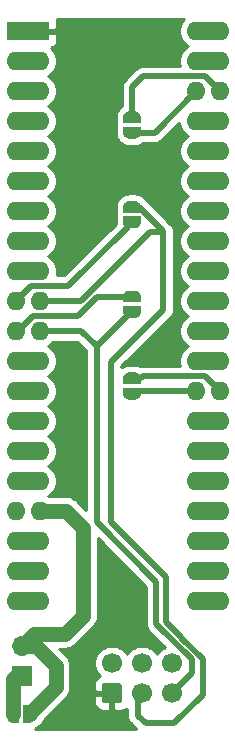
<source format=gbr>
G04 #@! TF.GenerationSoftware,KiCad,Pcbnew,5.1.5+dfsg1-2build2*
G04 #@! TF.CreationDate,2022-03-13T21:18:42-04:00*
G04 #@! TF.ProjectId,vdg_breakout,7664675f-6272-4656-916b-6f75742e6b69,rev?*
G04 #@! TF.SameCoordinates,Original*
G04 #@! TF.FileFunction,Copper,L2,Bot*
G04 #@! TF.FilePolarity,Positive*
%FSLAX46Y46*%
G04 Gerber Fmt 4.6, Leading zero omitted, Abs format (unit mm)*
G04 Created by KiCad (PCBNEW 5.1.5+dfsg1-2build2) date 2022-03-13 21:18:42*
%MOMM*%
%LPD*%
G04 APERTURE LIST*
%ADD10R,1.600000X1.600000*%
%ADD11O,1.600000X1.600000*%
%ADD12C,0.100000*%
%ADD13C,1.700000*%
%ADD14R,1.700000X1.700000*%
%ADD15O,1.700000X1.700000*%
%ADD16C,0.800000*%
%ADD17C,1.500000*%
%ADD18C,0.500000*%
%ADD19C,1.250000*%
%ADD20C,0.254000*%
G04 APERTURE END LIST*
D10*
X125000001Y-60625001D03*
D11*
X140240001Y-108885001D03*
X125000001Y-63165001D03*
X140240001Y-106345001D03*
X125000001Y-65705001D03*
X140240001Y-103805001D03*
X125000001Y-68245001D03*
X140240001Y-101265001D03*
X125000001Y-70785001D03*
X140240001Y-98725001D03*
X125000001Y-73325001D03*
X140240001Y-96185001D03*
X125000001Y-75865001D03*
X140240001Y-93645001D03*
X125000001Y-78405001D03*
X140240001Y-91105001D03*
X125000001Y-80945001D03*
X140240001Y-88565001D03*
X125000001Y-83485001D03*
X140240001Y-86025001D03*
X125000001Y-86025001D03*
X140240001Y-83485001D03*
X125000001Y-88565001D03*
X140240001Y-80945001D03*
X125000001Y-91105001D03*
X140240001Y-78405001D03*
X125000001Y-93645001D03*
X140240001Y-75865001D03*
X125000001Y-96185001D03*
X140240001Y-73325001D03*
X125000001Y-98725001D03*
X140240001Y-70785001D03*
X125000001Y-101265001D03*
X140240001Y-68245001D03*
X125000001Y-103805001D03*
X140240001Y-65705001D03*
X125000001Y-106345001D03*
X140240001Y-63165001D03*
X125000001Y-108885001D03*
X140240001Y-60625001D03*
X138215000Y-60625001D03*
X122975000Y-108885001D03*
X138215000Y-63165001D03*
X122975000Y-106345001D03*
X138215000Y-65705001D03*
X122975000Y-103805001D03*
X138215000Y-68245001D03*
X122975000Y-101265001D03*
X138215000Y-70785001D03*
X122975000Y-98725001D03*
X138215000Y-73325001D03*
X122975000Y-96185001D03*
X138215000Y-75865001D03*
X122975000Y-93645001D03*
X138215000Y-78405001D03*
X122975000Y-91105001D03*
X138215000Y-80945001D03*
X122975000Y-88565001D03*
X138215000Y-83485001D03*
X122975000Y-86025001D03*
X138215000Y-86025001D03*
X122975000Y-83485001D03*
X138215000Y-88565001D03*
X122975000Y-80945001D03*
X138215000Y-91105001D03*
X122975000Y-78405001D03*
X138215000Y-93645001D03*
X122975000Y-75865001D03*
X138215000Y-96185001D03*
X122975000Y-73325001D03*
X138215000Y-98725001D03*
X122975000Y-70785001D03*
X138215000Y-101265001D03*
X122975000Y-68245001D03*
X138215000Y-103805001D03*
X122975000Y-65705001D03*
X138215000Y-106345001D03*
X122975000Y-63165001D03*
X138215000Y-108885001D03*
D10*
X122975000Y-60625001D03*
G04 #@! TA.AperFunction,ComponentPad*
D12*
G36*
X131699504Y-115826204D02*
G01*
X131723773Y-115829804D01*
X131747571Y-115835765D01*
X131770671Y-115844030D01*
X131792849Y-115854520D01*
X131813893Y-115867133D01*
X131833598Y-115881747D01*
X131851777Y-115898223D01*
X131868253Y-115916402D01*
X131882867Y-115936107D01*
X131895480Y-115957151D01*
X131905970Y-115979329D01*
X131914235Y-116002429D01*
X131920196Y-116026227D01*
X131923796Y-116050496D01*
X131925000Y-116075000D01*
X131925000Y-117275000D01*
X131923796Y-117299504D01*
X131920196Y-117323773D01*
X131914235Y-117347571D01*
X131905970Y-117370671D01*
X131895480Y-117392849D01*
X131882867Y-117413893D01*
X131868253Y-117433598D01*
X131851777Y-117451777D01*
X131833598Y-117468253D01*
X131813893Y-117482867D01*
X131792849Y-117495480D01*
X131770671Y-117505970D01*
X131747571Y-117514235D01*
X131723773Y-117520196D01*
X131699504Y-117523796D01*
X131675000Y-117525000D01*
X130475000Y-117525000D01*
X130450496Y-117523796D01*
X130426227Y-117520196D01*
X130402429Y-117514235D01*
X130379329Y-117505970D01*
X130357151Y-117495480D01*
X130336107Y-117482867D01*
X130316402Y-117468253D01*
X130298223Y-117451777D01*
X130281747Y-117433598D01*
X130267133Y-117413893D01*
X130254520Y-117392849D01*
X130244030Y-117370671D01*
X130235765Y-117347571D01*
X130229804Y-117323773D01*
X130226204Y-117299504D01*
X130225000Y-117275000D01*
X130225000Y-116075000D01*
X130226204Y-116050496D01*
X130229804Y-116026227D01*
X130235765Y-116002429D01*
X130244030Y-115979329D01*
X130254520Y-115957151D01*
X130267133Y-115936107D01*
X130281747Y-115916402D01*
X130298223Y-115898223D01*
X130316402Y-115881747D01*
X130336107Y-115867133D01*
X130357151Y-115854520D01*
X130379329Y-115844030D01*
X130402429Y-115835765D01*
X130426227Y-115829804D01*
X130450496Y-115826204D01*
X130475000Y-115825000D01*
X131675000Y-115825000D01*
X131699504Y-115826204D01*
G37*
G04 #@! TD.AperFunction*
D13*
X133615000Y-116675000D03*
X136155000Y-116675000D03*
X131075000Y-114135000D03*
X133615000Y-114135000D03*
X136155000Y-114135000D03*
G04 #@! TA.AperFunction,SMDPad,CuDef*
D12*
G36*
X123525000Y-117700000D02*
G01*
X124025000Y-117700000D01*
X124025000Y-117700602D01*
X124049534Y-117700602D01*
X124098365Y-117705412D01*
X124146490Y-117714984D01*
X124193445Y-117729228D01*
X124238778Y-117748005D01*
X124282051Y-117771136D01*
X124322850Y-117798396D01*
X124360779Y-117829524D01*
X124395476Y-117864221D01*
X124426604Y-117902150D01*
X124453864Y-117942949D01*
X124476995Y-117986222D01*
X124495772Y-118031555D01*
X124510016Y-118078510D01*
X124519588Y-118126635D01*
X124524398Y-118175466D01*
X124524398Y-118200000D01*
X124525000Y-118200000D01*
X124525000Y-118700000D01*
X124524398Y-118700000D01*
X124524398Y-118724534D01*
X124519588Y-118773365D01*
X124510016Y-118821490D01*
X124495772Y-118868445D01*
X124476995Y-118913778D01*
X124453864Y-118957051D01*
X124426604Y-118997850D01*
X124395476Y-119035779D01*
X124360779Y-119070476D01*
X124322850Y-119101604D01*
X124282051Y-119128864D01*
X124238778Y-119151995D01*
X124193445Y-119170772D01*
X124146490Y-119185016D01*
X124098365Y-119194588D01*
X124049534Y-119199398D01*
X124025000Y-119199398D01*
X124025000Y-119200000D01*
X123525000Y-119200000D01*
X123525000Y-117700000D01*
G37*
G04 #@! TD.AperFunction*
G04 #@! TA.AperFunction,SMDPad,CuDef*
G36*
X122725000Y-119199398D02*
G01*
X122700466Y-119199398D01*
X122651635Y-119194588D01*
X122603510Y-119185016D01*
X122556555Y-119170772D01*
X122511222Y-119151995D01*
X122467949Y-119128864D01*
X122427150Y-119101604D01*
X122389221Y-119070476D01*
X122354524Y-119035779D01*
X122323396Y-118997850D01*
X122296136Y-118957051D01*
X122273005Y-118913778D01*
X122254228Y-118868445D01*
X122239984Y-118821490D01*
X122230412Y-118773365D01*
X122225602Y-118724534D01*
X122225602Y-118700000D01*
X122225000Y-118700000D01*
X122225000Y-118200000D01*
X122225602Y-118200000D01*
X122225602Y-118175466D01*
X122230412Y-118126635D01*
X122239984Y-118078510D01*
X122254228Y-118031555D01*
X122273005Y-117986222D01*
X122296136Y-117942949D01*
X122323396Y-117902150D01*
X122354524Y-117864221D01*
X122389221Y-117829524D01*
X122427150Y-117798396D01*
X122467949Y-117771136D01*
X122511222Y-117748005D01*
X122556555Y-117729228D01*
X122603510Y-117714984D01*
X122651635Y-117705412D01*
X122700466Y-117700602D01*
X122725000Y-117700602D01*
X122725000Y-117700000D01*
X123225000Y-117700000D01*
X123225000Y-119200000D01*
X122725000Y-119200000D01*
X122725000Y-119199398D01*
G37*
G04 #@! TD.AperFunction*
G04 #@! TA.AperFunction,SMDPad,CuDef*
G36*
X132025602Y-90025000D02*
G01*
X132025602Y-90000466D01*
X132030412Y-89951635D01*
X132039984Y-89903510D01*
X132054228Y-89856555D01*
X132073005Y-89811222D01*
X132096136Y-89767949D01*
X132123396Y-89727150D01*
X132154524Y-89689221D01*
X132189221Y-89654524D01*
X132227150Y-89623396D01*
X132267949Y-89596136D01*
X132311222Y-89573005D01*
X132356555Y-89554228D01*
X132403510Y-89539984D01*
X132451635Y-89530412D01*
X132500466Y-89525602D01*
X132525000Y-89525602D01*
X132525000Y-89525000D01*
X133025000Y-89525000D01*
X133025000Y-89525602D01*
X133049534Y-89525602D01*
X133098365Y-89530412D01*
X133146490Y-89539984D01*
X133193445Y-89554228D01*
X133238778Y-89573005D01*
X133282051Y-89596136D01*
X133322850Y-89623396D01*
X133360779Y-89654524D01*
X133395476Y-89689221D01*
X133426604Y-89727150D01*
X133453864Y-89767949D01*
X133476995Y-89811222D01*
X133495772Y-89856555D01*
X133510016Y-89903510D01*
X133519588Y-89951635D01*
X133524398Y-90000466D01*
X133524398Y-90025000D01*
X133525000Y-90025000D01*
X133525000Y-90525000D01*
X132025000Y-90525000D01*
X132025000Y-90025000D01*
X132025602Y-90025000D01*
G37*
G04 #@! TD.AperFunction*
G04 #@! TA.AperFunction,SMDPad,CuDef*
G36*
X133525000Y-90825000D02*
G01*
X133525000Y-91325000D01*
X133524398Y-91325000D01*
X133524398Y-91349534D01*
X133519588Y-91398365D01*
X133510016Y-91446490D01*
X133495772Y-91493445D01*
X133476995Y-91538778D01*
X133453864Y-91582051D01*
X133426604Y-91622850D01*
X133395476Y-91660779D01*
X133360779Y-91695476D01*
X133322850Y-91726604D01*
X133282051Y-91753864D01*
X133238778Y-91776995D01*
X133193445Y-91795772D01*
X133146490Y-91810016D01*
X133098365Y-91819588D01*
X133049534Y-91824398D01*
X133025000Y-91824398D01*
X133025000Y-91825000D01*
X132525000Y-91825000D01*
X132525000Y-91824398D01*
X132500466Y-91824398D01*
X132451635Y-91819588D01*
X132403510Y-91810016D01*
X132356555Y-91795772D01*
X132311222Y-91776995D01*
X132267949Y-91753864D01*
X132227150Y-91726604D01*
X132189221Y-91695476D01*
X132154524Y-91660779D01*
X132123396Y-91622850D01*
X132096136Y-91582051D01*
X132073005Y-91538778D01*
X132054228Y-91493445D01*
X132039984Y-91446490D01*
X132030412Y-91398365D01*
X132025602Y-91349534D01*
X132025602Y-91325000D01*
X132025000Y-91325000D01*
X132025000Y-90825000D01*
X133525000Y-90825000D01*
G37*
G04 #@! TD.AperFunction*
G04 #@! TA.AperFunction,SMDPad,CuDef*
G36*
X133525000Y-76312500D02*
G01*
X133525000Y-76812500D01*
X133524398Y-76812500D01*
X133524398Y-76837034D01*
X133519588Y-76885865D01*
X133510016Y-76933990D01*
X133495772Y-76980945D01*
X133476995Y-77026278D01*
X133453864Y-77069551D01*
X133426604Y-77110350D01*
X133395476Y-77148279D01*
X133360779Y-77182976D01*
X133322850Y-77214104D01*
X133282051Y-77241364D01*
X133238778Y-77264495D01*
X133193445Y-77283272D01*
X133146490Y-77297516D01*
X133098365Y-77307088D01*
X133049534Y-77311898D01*
X133025000Y-77311898D01*
X133025000Y-77312500D01*
X132525000Y-77312500D01*
X132525000Y-77311898D01*
X132500466Y-77311898D01*
X132451635Y-77307088D01*
X132403510Y-77297516D01*
X132356555Y-77283272D01*
X132311222Y-77264495D01*
X132267949Y-77241364D01*
X132227150Y-77214104D01*
X132189221Y-77182976D01*
X132154524Y-77148279D01*
X132123396Y-77110350D01*
X132096136Y-77069551D01*
X132073005Y-77026278D01*
X132054228Y-76980945D01*
X132039984Y-76933990D01*
X132030412Y-76885865D01*
X132025602Y-76837034D01*
X132025602Y-76812500D01*
X132025000Y-76812500D01*
X132025000Y-76312500D01*
X133525000Y-76312500D01*
G37*
G04 #@! TD.AperFunction*
G04 #@! TA.AperFunction,SMDPad,CuDef*
G36*
X132025602Y-75512500D02*
G01*
X132025602Y-75487966D01*
X132030412Y-75439135D01*
X132039984Y-75391010D01*
X132054228Y-75344055D01*
X132073005Y-75298722D01*
X132096136Y-75255449D01*
X132123396Y-75214650D01*
X132154524Y-75176721D01*
X132189221Y-75142024D01*
X132227150Y-75110896D01*
X132267949Y-75083636D01*
X132311222Y-75060505D01*
X132356555Y-75041728D01*
X132403510Y-75027484D01*
X132451635Y-75017912D01*
X132500466Y-75013102D01*
X132525000Y-75013102D01*
X132525000Y-75012500D01*
X133025000Y-75012500D01*
X133025000Y-75013102D01*
X133049534Y-75013102D01*
X133098365Y-75017912D01*
X133146490Y-75027484D01*
X133193445Y-75041728D01*
X133238778Y-75060505D01*
X133282051Y-75083636D01*
X133322850Y-75110896D01*
X133360779Y-75142024D01*
X133395476Y-75176721D01*
X133426604Y-75214650D01*
X133453864Y-75255449D01*
X133476995Y-75298722D01*
X133495772Y-75344055D01*
X133510016Y-75391010D01*
X133519588Y-75439135D01*
X133524398Y-75487966D01*
X133524398Y-75512500D01*
X133525000Y-75512500D01*
X133525000Y-76012500D01*
X132025000Y-76012500D01*
X132025000Y-75512500D01*
X132025602Y-75512500D01*
G37*
G04 #@! TD.AperFunction*
G04 #@! TA.AperFunction,SMDPad,CuDef*
G36*
X133525000Y-68725000D02*
G01*
X133525000Y-69225000D01*
X133524398Y-69225000D01*
X133524398Y-69249534D01*
X133519588Y-69298365D01*
X133510016Y-69346490D01*
X133495772Y-69393445D01*
X133476995Y-69438778D01*
X133453864Y-69482051D01*
X133426604Y-69522850D01*
X133395476Y-69560779D01*
X133360779Y-69595476D01*
X133322850Y-69626604D01*
X133282051Y-69653864D01*
X133238778Y-69676995D01*
X133193445Y-69695772D01*
X133146490Y-69710016D01*
X133098365Y-69719588D01*
X133049534Y-69724398D01*
X133025000Y-69724398D01*
X133025000Y-69725000D01*
X132525000Y-69725000D01*
X132525000Y-69724398D01*
X132500466Y-69724398D01*
X132451635Y-69719588D01*
X132403510Y-69710016D01*
X132356555Y-69695772D01*
X132311222Y-69676995D01*
X132267949Y-69653864D01*
X132227150Y-69626604D01*
X132189221Y-69595476D01*
X132154524Y-69560779D01*
X132123396Y-69522850D01*
X132096136Y-69482051D01*
X132073005Y-69438778D01*
X132054228Y-69393445D01*
X132039984Y-69346490D01*
X132030412Y-69298365D01*
X132025602Y-69249534D01*
X132025602Y-69225000D01*
X132025000Y-69225000D01*
X132025000Y-68725000D01*
X133525000Y-68725000D01*
G37*
G04 #@! TD.AperFunction*
G04 #@! TA.AperFunction,SMDPad,CuDef*
G36*
X132025602Y-67925000D02*
G01*
X132025602Y-67900466D01*
X132030412Y-67851635D01*
X132039984Y-67803510D01*
X132054228Y-67756555D01*
X132073005Y-67711222D01*
X132096136Y-67667949D01*
X132123396Y-67627150D01*
X132154524Y-67589221D01*
X132189221Y-67554524D01*
X132227150Y-67523396D01*
X132267949Y-67496136D01*
X132311222Y-67473005D01*
X132356555Y-67454228D01*
X132403510Y-67439984D01*
X132451635Y-67430412D01*
X132500466Y-67425602D01*
X132525000Y-67425602D01*
X132525000Y-67425000D01*
X133025000Y-67425000D01*
X133025000Y-67425602D01*
X133049534Y-67425602D01*
X133098365Y-67430412D01*
X133146490Y-67439984D01*
X133193445Y-67454228D01*
X133238778Y-67473005D01*
X133282051Y-67496136D01*
X133322850Y-67523396D01*
X133360779Y-67554524D01*
X133395476Y-67589221D01*
X133426604Y-67627150D01*
X133453864Y-67667949D01*
X133476995Y-67711222D01*
X133495772Y-67756555D01*
X133510016Y-67803510D01*
X133519588Y-67851635D01*
X133524398Y-67900466D01*
X133524398Y-67925000D01*
X133525000Y-67925000D01*
X133525000Y-68425000D01*
X132025000Y-68425000D01*
X132025000Y-67925000D01*
X132025602Y-67925000D01*
G37*
G04 #@! TD.AperFunction*
G04 #@! TA.AperFunction,SMDPad,CuDef*
G36*
X133524398Y-84400000D02*
G01*
X133524398Y-84424534D01*
X133519588Y-84473365D01*
X133510016Y-84521490D01*
X133495772Y-84568445D01*
X133476995Y-84613778D01*
X133453864Y-84657051D01*
X133426604Y-84697850D01*
X133395476Y-84735779D01*
X133360779Y-84770476D01*
X133322850Y-84801604D01*
X133282051Y-84828864D01*
X133238778Y-84851995D01*
X133193445Y-84870772D01*
X133146490Y-84885016D01*
X133098365Y-84894588D01*
X133049534Y-84899398D01*
X133025000Y-84899398D01*
X133025000Y-84900000D01*
X132525000Y-84900000D01*
X132525000Y-84899398D01*
X132500466Y-84899398D01*
X132451635Y-84894588D01*
X132403510Y-84885016D01*
X132356555Y-84870772D01*
X132311222Y-84851995D01*
X132267949Y-84828864D01*
X132227150Y-84801604D01*
X132189221Y-84770476D01*
X132154524Y-84735779D01*
X132123396Y-84697850D01*
X132096136Y-84657051D01*
X132073005Y-84613778D01*
X132054228Y-84568445D01*
X132039984Y-84521490D01*
X132030412Y-84473365D01*
X132025602Y-84424534D01*
X132025602Y-84400000D01*
X132025000Y-84400000D01*
X132025000Y-83900000D01*
X133525000Y-83900000D01*
X133525000Y-84400000D01*
X133524398Y-84400000D01*
G37*
G04 #@! TD.AperFunction*
G04 #@! TA.AperFunction,SMDPad,CuDef*
G36*
X132025000Y-83600000D02*
G01*
X132025000Y-83100000D01*
X132025602Y-83100000D01*
X132025602Y-83075466D01*
X132030412Y-83026635D01*
X132039984Y-82978510D01*
X132054228Y-82931555D01*
X132073005Y-82886222D01*
X132096136Y-82842949D01*
X132123396Y-82802150D01*
X132154524Y-82764221D01*
X132189221Y-82729524D01*
X132227150Y-82698396D01*
X132267949Y-82671136D01*
X132311222Y-82648005D01*
X132356555Y-82629228D01*
X132403510Y-82614984D01*
X132451635Y-82605412D01*
X132500466Y-82600602D01*
X132525000Y-82600602D01*
X132525000Y-82600000D01*
X133025000Y-82600000D01*
X133025000Y-82600602D01*
X133049534Y-82600602D01*
X133098365Y-82605412D01*
X133146490Y-82614984D01*
X133193445Y-82629228D01*
X133238778Y-82648005D01*
X133282051Y-82671136D01*
X133322850Y-82698396D01*
X133360779Y-82729524D01*
X133395476Y-82764221D01*
X133426604Y-82802150D01*
X133453864Y-82842949D01*
X133476995Y-82886222D01*
X133495772Y-82931555D01*
X133510016Y-82978510D01*
X133519588Y-83026635D01*
X133524398Y-83075466D01*
X133524398Y-83100000D01*
X133525000Y-83100000D01*
X133525000Y-83600000D01*
X132025000Y-83600000D01*
G37*
G04 #@! TD.AperFunction*
D14*
X123450000Y-115250000D03*
D15*
X123450000Y-112710000D03*
D16*
X135325000Y-71950000D03*
X135525000Y-74350000D03*
X135775000Y-87050000D03*
X128525000Y-95450000D03*
D17*
X122975000Y-60625001D02*
X125000001Y-60625001D01*
X138215000Y-108885001D02*
X140240001Y-108885001D01*
X122975000Y-63165001D02*
X125000001Y-63165001D01*
X138215000Y-106345001D02*
X140240001Y-106345001D01*
X122975000Y-65705001D02*
X125000001Y-65705001D01*
X138215000Y-103805001D02*
X140240001Y-103805001D01*
X122975000Y-68245001D02*
X125000001Y-68245001D01*
X138215000Y-101265001D02*
X140240001Y-101265001D01*
X122975000Y-70785001D02*
X125000001Y-70785001D01*
X138215000Y-98725001D02*
X140240001Y-98725001D01*
X122975000Y-73325001D02*
X125000001Y-73325001D01*
X138215000Y-96185001D02*
X140240001Y-96185001D01*
X125000001Y-75865001D02*
X122975000Y-75865001D01*
X138215000Y-93645001D02*
X140240001Y-93645001D01*
X122975000Y-78405001D02*
X125000001Y-78405001D01*
D18*
X139440002Y-90305002D02*
X140240001Y-91105001D01*
X138990000Y-89855000D02*
X139440002Y-90305002D01*
X133692592Y-89855000D02*
X138990000Y-89855000D01*
X133522592Y-90025000D02*
X133692592Y-89855000D01*
X132775000Y-90025000D02*
X133522592Y-90025000D01*
D17*
X122975000Y-80945001D02*
X125000001Y-80945001D01*
X138215000Y-88565001D02*
X140240001Y-88565001D01*
D18*
X132320936Y-77266564D02*
X132775000Y-76812500D01*
X127392498Y-82195002D02*
X132320936Y-77266564D01*
X124264999Y-82195002D02*
X127392498Y-82195002D01*
X122975000Y-83485001D02*
X124264999Y-82195002D01*
D17*
X138215000Y-86025001D02*
X140240001Y-86025001D01*
D18*
X129850000Y-83100000D02*
X132775000Y-83100000D01*
X128214998Y-84735002D02*
X129850000Y-83100000D01*
X124400000Y-84735002D02*
X128214998Y-84735002D01*
X124394999Y-84730001D02*
X124400000Y-84735002D01*
X123099999Y-86025001D02*
X124394999Y-84730001D01*
X122975000Y-86025001D02*
X123099999Y-86025001D01*
D17*
X138215000Y-83485001D02*
X140240001Y-83485001D01*
X125000001Y-88565001D02*
X122975000Y-88565001D01*
X138215000Y-80945001D02*
X140240001Y-80945001D01*
X122975000Y-91105001D02*
X125000001Y-91105001D01*
X138215000Y-78405001D02*
X140240001Y-78405001D01*
X125000001Y-93645001D02*
X122975000Y-93645001D01*
X138215000Y-75865001D02*
X140240001Y-75865001D01*
X122975000Y-96185001D02*
X125000001Y-96185001D01*
X138215000Y-73325001D02*
X140240001Y-73325001D01*
X122975000Y-98725001D02*
X125000001Y-98725001D01*
X138215000Y-70785001D02*
X140240001Y-70785001D01*
D19*
X124510000Y-111650000D02*
X123450000Y-112710000D01*
X127100000Y-111650000D02*
X124510000Y-111650000D01*
X128625000Y-110125000D02*
X127100000Y-111650000D01*
X128625000Y-102700000D02*
X128625000Y-110125000D01*
X127190001Y-101265001D02*
X128625000Y-102700000D01*
X125000001Y-101265001D02*
X127190001Y-101265001D01*
X124652081Y-112710000D02*
X126300000Y-114357919D01*
X123450000Y-112710000D02*
X124652081Y-112710000D01*
X124150000Y-118325000D02*
X124150000Y-118450000D01*
X126300000Y-116175000D02*
X124150000Y-118325000D01*
X126300000Y-114357919D02*
X126300000Y-116175000D01*
D17*
X138215000Y-68245001D02*
X140240001Y-68245001D01*
X122975000Y-103805001D02*
X125000001Y-103805001D01*
D18*
X134695001Y-69225000D02*
X132775000Y-69225000D01*
X138215000Y-65705001D02*
X134695001Y-69225000D01*
D17*
X122975000Y-106345001D02*
X125000001Y-106345001D01*
X138215000Y-63165001D02*
X140240001Y-63165001D01*
X122975000Y-108885001D02*
X125000001Y-108885001D01*
X138215000Y-60625001D02*
X140240001Y-60625001D01*
D18*
X132994999Y-91105001D02*
X132775000Y-91325000D01*
X138215000Y-91105001D02*
X132994999Y-91105001D01*
D19*
X122699990Y-115525010D02*
X122699990Y-118450000D01*
X122975000Y-115250000D02*
X122699990Y-115525010D01*
X123450000Y-115250000D02*
X122975000Y-115250000D01*
D18*
X133250000Y-118575000D02*
X133250000Y-117040000D01*
X132775000Y-75512500D02*
X133361412Y-75512500D01*
X133925000Y-119250000D02*
X133250000Y-118575000D01*
X133361412Y-75512500D02*
X135425000Y-77576088D01*
X136964999Y-111964999D02*
X136964999Y-111975036D01*
X135425000Y-84225000D02*
X131000000Y-88650000D01*
X135675000Y-110675000D02*
X136964999Y-111964999D01*
X133250000Y-117040000D02*
X133615000Y-116675000D01*
X136964999Y-111975036D02*
X138775000Y-113785037D01*
X131000000Y-88650000D02*
X131000000Y-102175000D01*
X138775000Y-113785037D02*
X138775000Y-116825000D01*
X131000000Y-102175000D02*
X135675000Y-106850000D01*
X135675000Y-106850000D02*
X135675000Y-110675000D01*
X136350000Y-119250000D02*
X133925000Y-119250000D01*
X138775000Y-116825000D02*
X136350000Y-119250000D01*
X135425000Y-80550000D02*
X135425000Y-84225000D01*
X135425000Y-77576088D02*
X135425000Y-80550000D01*
X134285038Y-77675000D02*
X135350000Y-77675000D01*
X128475037Y-83485001D02*
X134285038Y-77675000D01*
X125000001Y-83485001D02*
X128475037Y-83485001D01*
X137825000Y-113825000D02*
X137825000Y-115005000D01*
X134850000Y-110850000D02*
X137825000Y-113825000D01*
X134850000Y-107300000D02*
X134850000Y-110850000D01*
X129775000Y-87300000D02*
X129775000Y-102225000D01*
X132675000Y-84400000D02*
X129775000Y-87300000D01*
X137825000Y-115005000D02*
X136155000Y-116675000D01*
X129775000Y-102225000D02*
X134850000Y-107300000D01*
X132775000Y-84400000D02*
X132675000Y-84400000D01*
X128500001Y-86025001D02*
X129775000Y-87300000D01*
X125000001Y-86025001D02*
X128500001Y-86025001D01*
X138990000Y-64455000D02*
X133720000Y-64455000D01*
X140240001Y-65705001D02*
X138990000Y-64455000D01*
X132775000Y-65400000D02*
X132775000Y-67925000D01*
X133720000Y-64455000D02*
X132775000Y-65400000D01*
D20*
G36*
X133965000Y-107666579D02*
G01*
X133965001Y-110806521D01*
X133960719Y-110850000D01*
X133977805Y-111023490D01*
X134028412Y-111190313D01*
X134110590Y-111344059D01*
X134193468Y-111445046D01*
X134193471Y-111445049D01*
X134221184Y-111478817D01*
X134254951Y-111506529D01*
X135533502Y-112785081D01*
X135451589Y-112819010D01*
X135208368Y-112981525D01*
X135001525Y-113188368D01*
X134885000Y-113362760D01*
X134768475Y-113188368D01*
X134561632Y-112981525D01*
X134318411Y-112819010D01*
X134048158Y-112707068D01*
X133761260Y-112650000D01*
X133468740Y-112650000D01*
X133181842Y-112707068D01*
X132911589Y-112819010D01*
X132668368Y-112981525D01*
X132461525Y-113188368D01*
X132345000Y-113362760D01*
X132228475Y-113188368D01*
X132021632Y-112981525D01*
X131778411Y-112819010D01*
X131508158Y-112707068D01*
X131221260Y-112650000D01*
X130928740Y-112650000D01*
X130641842Y-112707068D01*
X130371589Y-112819010D01*
X130128368Y-112981525D01*
X129921525Y-113188368D01*
X129759010Y-113431589D01*
X129647068Y-113701842D01*
X129590000Y-113988740D01*
X129590000Y-114281260D01*
X129647068Y-114568158D01*
X129759010Y-114838411D01*
X129921525Y-115081632D01*
X130053380Y-115213487D01*
X129980820Y-115235498D01*
X129870506Y-115294463D01*
X129773815Y-115373815D01*
X129694463Y-115470506D01*
X129635498Y-115580820D01*
X129599188Y-115700518D01*
X129586928Y-115825000D01*
X129590000Y-116389250D01*
X129748750Y-116548000D01*
X130948000Y-116548000D01*
X130948000Y-116528000D01*
X131202000Y-116528000D01*
X131202000Y-116548000D01*
X131222000Y-116548000D01*
X131222000Y-116802000D01*
X131202000Y-116802000D01*
X131202000Y-118001250D01*
X131360750Y-118160000D01*
X131925000Y-118163072D01*
X132049482Y-118150812D01*
X132169180Y-118114502D01*
X132279494Y-118055537D01*
X132365000Y-117985364D01*
X132365000Y-118531530D01*
X132360719Y-118575000D01*
X132365000Y-118618469D01*
X132365000Y-118618476D01*
X132375437Y-118724450D01*
X132377805Y-118748490D01*
X132393157Y-118799096D01*
X132428411Y-118915312D01*
X132510589Y-119069058D01*
X132621183Y-119203817D01*
X132654956Y-119231534D01*
X133113421Y-119690000D01*
X124580577Y-119690000D01*
X124615192Y-119671498D01*
X124696691Y-119617042D01*
X124793382Y-119537690D01*
X124799584Y-119531488D01*
X124853405Y-119502720D01*
X125045265Y-119345265D01*
X125202720Y-119153404D01*
X125316648Y-118940260D01*
X126731908Y-117525000D01*
X129586928Y-117525000D01*
X129599188Y-117649482D01*
X129635498Y-117769180D01*
X129694463Y-117879494D01*
X129773815Y-117976185D01*
X129870506Y-118055537D01*
X129980820Y-118114502D01*
X130100518Y-118150812D01*
X130225000Y-118163072D01*
X130789250Y-118160000D01*
X130948000Y-118001250D01*
X130948000Y-116802000D01*
X129748750Y-116802000D01*
X129590000Y-116960750D01*
X129586928Y-117525000D01*
X126731908Y-117525000D01*
X127147190Y-117109719D01*
X127195265Y-117070265D01*
X127352720Y-116878405D01*
X127469720Y-116659514D01*
X127541768Y-116422003D01*
X127560000Y-116236893D01*
X127560000Y-116236884D01*
X127566095Y-116175001D01*
X127560000Y-116113118D01*
X127560000Y-114419801D01*
X127566095Y-114357918D01*
X127560000Y-114296035D01*
X127560000Y-114296026D01*
X127541768Y-114110916D01*
X127469720Y-113873405D01*
X127352720Y-113654514D01*
X127195265Y-113462654D01*
X127147191Y-113423201D01*
X126633990Y-112910000D01*
X127038117Y-112910000D01*
X127100000Y-112916095D01*
X127161883Y-112910000D01*
X127161893Y-112910000D01*
X127347003Y-112891768D01*
X127584514Y-112819720D01*
X127803405Y-112702720D01*
X127995265Y-112545265D01*
X128034723Y-112497185D01*
X129472190Y-111059719D01*
X129520265Y-111020265D01*
X129677720Y-110828405D01*
X129794720Y-110609514D01*
X129866768Y-110372003D01*
X129885000Y-110186893D01*
X129891096Y-110125000D01*
X129885000Y-110063107D01*
X129885000Y-103586578D01*
X133965000Y-107666579D01*
G37*
X133965000Y-107666579D02*
X133965001Y-110806521D01*
X133960719Y-110850000D01*
X133977805Y-111023490D01*
X134028412Y-111190313D01*
X134110590Y-111344059D01*
X134193468Y-111445046D01*
X134193471Y-111445049D01*
X134221184Y-111478817D01*
X134254951Y-111506529D01*
X135533502Y-112785081D01*
X135451589Y-112819010D01*
X135208368Y-112981525D01*
X135001525Y-113188368D01*
X134885000Y-113362760D01*
X134768475Y-113188368D01*
X134561632Y-112981525D01*
X134318411Y-112819010D01*
X134048158Y-112707068D01*
X133761260Y-112650000D01*
X133468740Y-112650000D01*
X133181842Y-112707068D01*
X132911589Y-112819010D01*
X132668368Y-112981525D01*
X132461525Y-113188368D01*
X132345000Y-113362760D01*
X132228475Y-113188368D01*
X132021632Y-112981525D01*
X131778411Y-112819010D01*
X131508158Y-112707068D01*
X131221260Y-112650000D01*
X130928740Y-112650000D01*
X130641842Y-112707068D01*
X130371589Y-112819010D01*
X130128368Y-112981525D01*
X129921525Y-113188368D01*
X129759010Y-113431589D01*
X129647068Y-113701842D01*
X129590000Y-113988740D01*
X129590000Y-114281260D01*
X129647068Y-114568158D01*
X129759010Y-114838411D01*
X129921525Y-115081632D01*
X130053380Y-115213487D01*
X129980820Y-115235498D01*
X129870506Y-115294463D01*
X129773815Y-115373815D01*
X129694463Y-115470506D01*
X129635498Y-115580820D01*
X129599188Y-115700518D01*
X129586928Y-115825000D01*
X129590000Y-116389250D01*
X129748750Y-116548000D01*
X130948000Y-116548000D01*
X130948000Y-116528000D01*
X131202000Y-116528000D01*
X131202000Y-116548000D01*
X131222000Y-116548000D01*
X131222000Y-116802000D01*
X131202000Y-116802000D01*
X131202000Y-118001250D01*
X131360750Y-118160000D01*
X131925000Y-118163072D01*
X132049482Y-118150812D01*
X132169180Y-118114502D01*
X132279494Y-118055537D01*
X132365000Y-117985364D01*
X132365000Y-118531530D01*
X132360719Y-118575000D01*
X132365000Y-118618469D01*
X132365000Y-118618476D01*
X132375437Y-118724450D01*
X132377805Y-118748490D01*
X132393157Y-118799096D01*
X132428411Y-118915312D01*
X132510589Y-119069058D01*
X132621183Y-119203817D01*
X132654956Y-119231534D01*
X133113421Y-119690000D01*
X124580577Y-119690000D01*
X124615192Y-119671498D01*
X124696691Y-119617042D01*
X124793382Y-119537690D01*
X124799584Y-119531488D01*
X124853405Y-119502720D01*
X125045265Y-119345265D01*
X125202720Y-119153404D01*
X125316648Y-118940260D01*
X126731908Y-117525000D01*
X129586928Y-117525000D01*
X129599188Y-117649482D01*
X129635498Y-117769180D01*
X129694463Y-117879494D01*
X129773815Y-117976185D01*
X129870506Y-118055537D01*
X129980820Y-118114502D01*
X130100518Y-118150812D01*
X130225000Y-118163072D01*
X130789250Y-118160000D01*
X130948000Y-118001250D01*
X130948000Y-116802000D01*
X129748750Y-116802000D01*
X129590000Y-116960750D01*
X129586928Y-117525000D01*
X126731908Y-117525000D01*
X127147190Y-117109719D01*
X127195265Y-117070265D01*
X127352720Y-116878405D01*
X127469720Y-116659514D01*
X127541768Y-116422003D01*
X127560000Y-116236893D01*
X127560000Y-116236884D01*
X127566095Y-116175001D01*
X127560000Y-116113118D01*
X127560000Y-114419801D01*
X127566095Y-114357918D01*
X127560000Y-114296035D01*
X127560000Y-114296026D01*
X127541768Y-114110916D01*
X127469720Y-113873405D01*
X127352720Y-113654514D01*
X127195265Y-113462654D01*
X127147191Y-113423201D01*
X126633990Y-112910000D01*
X127038117Y-112910000D01*
X127100000Y-112916095D01*
X127161883Y-112910000D01*
X127161893Y-112910000D01*
X127347003Y-112891768D01*
X127584514Y-112819720D01*
X127803405Y-112702720D01*
X127995265Y-112545265D01*
X128034723Y-112497185D01*
X129472190Y-111059719D01*
X129520265Y-111020265D01*
X129677720Y-110828405D01*
X129794720Y-110609514D01*
X129866768Y-110372003D01*
X129885000Y-110186893D01*
X129891096Y-110125000D01*
X129885000Y-110063107D01*
X129885000Y-103586578D01*
X133965000Y-107666579D01*
G36*
X128890000Y-87666579D02*
G01*
X128890001Y-101183092D01*
X128124724Y-100417816D01*
X128085266Y-100369736D01*
X127893406Y-100212281D01*
X127674515Y-100095281D01*
X127437004Y-100023233D01*
X127251894Y-100005001D01*
X127251884Y-100005001D01*
X127190001Y-99998906D01*
X127128118Y-100005001D01*
X125697208Y-100005001D01*
X125682242Y-99995001D01*
X125914760Y-99839638D01*
X126114638Y-99639760D01*
X126271681Y-99404728D01*
X126379854Y-99143575D01*
X126435001Y-98866336D01*
X126435001Y-98583666D01*
X126379854Y-98306427D01*
X126271681Y-98045274D01*
X126114638Y-97810242D01*
X125914760Y-97610364D01*
X125682242Y-97455001D01*
X125914760Y-97299638D01*
X126114638Y-97099760D01*
X126271681Y-96864728D01*
X126379854Y-96603575D01*
X126435001Y-96326336D01*
X126435001Y-96043666D01*
X126379854Y-95766427D01*
X126271681Y-95505274D01*
X126114638Y-95270242D01*
X125914760Y-95070364D01*
X125682242Y-94915001D01*
X125914760Y-94759638D01*
X126114638Y-94559760D01*
X126271681Y-94324728D01*
X126379854Y-94063575D01*
X126435001Y-93786336D01*
X126435001Y-93503666D01*
X126379854Y-93226427D01*
X126271681Y-92965274D01*
X126114638Y-92730242D01*
X125914760Y-92530364D01*
X125682242Y-92375001D01*
X125914760Y-92219638D01*
X126114638Y-92019760D01*
X126271681Y-91784728D01*
X126379854Y-91523575D01*
X126435001Y-91246336D01*
X126435001Y-90963666D01*
X126379854Y-90686427D01*
X126271681Y-90425274D01*
X126114638Y-90190242D01*
X125914760Y-89990364D01*
X125682242Y-89835001D01*
X125914760Y-89679638D01*
X126114638Y-89479760D01*
X126271681Y-89244728D01*
X126379854Y-88983575D01*
X126435001Y-88706336D01*
X126435001Y-88423666D01*
X126379854Y-88146427D01*
X126271681Y-87885274D01*
X126114638Y-87650242D01*
X125914760Y-87450364D01*
X125682242Y-87295001D01*
X125914760Y-87139638D01*
X126114638Y-86939760D01*
X126134522Y-86910001D01*
X128133423Y-86910001D01*
X128890000Y-87666579D01*
G37*
X128890000Y-87666579D02*
X128890001Y-101183092D01*
X128124724Y-100417816D01*
X128085266Y-100369736D01*
X127893406Y-100212281D01*
X127674515Y-100095281D01*
X127437004Y-100023233D01*
X127251894Y-100005001D01*
X127251884Y-100005001D01*
X127190001Y-99998906D01*
X127128118Y-100005001D01*
X125697208Y-100005001D01*
X125682242Y-99995001D01*
X125914760Y-99839638D01*
X126114638Y-99639760D01*
X126271681Y-99404728D01*
X126379854Y-99143575D01*
X126435001Y-98866336D01*
X126435001Y-98583666D01*
X126379854Y-98306427D01*
X126271681Y-98045274D01*
X126114638Y-97810242D01*
X125914760Y-97610364D01*
X125682242Y-97455001D01*
X125914760Y-97299638D01*
X126114638Y-97099760D01*
X126271681Y-96864728D01*
X126379854Y-96603575D01*
X126435001Y-96326336D01*
X126435001Y-96043666D01*
X126379854Y-95766427D01*
X126271681Y-95505274D01*
X126114638Y-95270242D01*
X125914760Y-95070364D01*
X125682242Y-94915001D01*
X125914760Y-94759638D01*
X126114638Y-94559760D01*
X126271681Y-94324728D01*
X126379854Y-94063575D01*
X126435001Y-93786336D01*
X126435001Y-93503666D01*
X126379854Y-93226427D01*
X126271681Y-92965274D01*
X126114638Y-92730242D01*
X125914760Y-92530364D01*
X125682242Y-92375001D01*
X125914760Y-92219638D01*
X126114638Y-92019760D01*
X126271681Y-91784728D01*
X126379854Y-91523575D01*
X126435001Y-91246336D01*
X126435001Y-90963666D01*
X126379854Y-90686427D01*
X126271681Y-90425274D01*
X126114638Y-90190242D01*
X125914760Y-89990364D01*
X125682242Y-89835001D01*
X125914760Y-89679638D01*
X126114638Y-89479760D01*
X126271681Y-89244728D01*
X126379854Y-88983575D01*
X126435001Y-88706336D01*
X126435001Y-88423666D01*
X126379854Y-88146427D01*
X126271681Y-87885274D01*
X126114638Y-87650242D01*
X125914760Y-87450364D01*
X125682242Y-87295001D01*
X125914760Y-87139638D01*
X126114638Y-86939760D01*
X126134522Y-86910001D01*
X128133423Y-86910001D01*
X128890000Y-87666579D01*
G36*
X137100363Y-59710242D02*
G01*
X136943320Y-59945274D01*
X136835147Y-60206427D01*
X136780000Y-60483666D01*
X136780000Y-60766336D01*
X136835147Y-61043575D01*
X136943320Y-61304728D01*
X137100363Y-61539760D01*
X137300241Y-61739638D01*
X137532759Y-61895001D01*
X137300241Y-62050364D01*
X137100363Y-62250242D01*
X136943320Y-62485274D01*
X136835147Y-62746427D01*
X136780000Y-63023666D01*
X136780000Y-63306336D01*
X136832447Y-63570000D01*
X133763469Y-63570000D01*
X133720000Y-63565719D01*
X133676531Y-63570000D01*
X133676523Y-63570000D01*
X133546510Y-63582805D01*
X133379687Y-63633411D01*
X133259630Y-63697582D01*
X133225941Y-63715589D01*
X133124953Y-63798468D01*
X133124951Y-63798470D01*
X133091183Y-63826183D01*
X133063470Y-63859951D01*
X132179956Y-64743466D01*
X132146183Y-64771183D01*
X132035589Y-64905942D01*
X131953411Y-65059688D01*
X131938163Y-65109954D01*
X131907528Y-65210943D01*
X131902805Y-65226511D01*
X131890000Y-65356524D01*
X131890000Y-65356531D01*
X131885719Y-65400000D01*
X131890000Y-65443469D01*
X131890001Y-66983441D01*
X131853309Y-67007958D01*
X131756618Y-67087310D01*
X131687310Y-67156618D01*
X131607958Y-67253309D01*
X131553502Y-67334808D01*
X131494536Y-67445125D01*
X131457027Y-67535681D01*
X131420718Y-67655377D01*
X131401596Y-67751510D01*
X131389336Y-67875991D01*
X131389336Y-67900550D01*
X131386928Y-67925000D01*
X131386928Y-68425000D01*
X131399188Y-68549482D01*
X131406929Y-68575000D01*
X131399188Y-68600518D01*
X131386928Y-68725000D01*
X131386928Y-69225000D01*
X131389336Y-69249450D01*
X131389336Y-69274009D01*
X131401596Y-69398490D01*
X131420718Y-69494623D01*
X131457027Y-69614319D01*
X131494536Y-69704875D01*
X131553502Y-69815192D01*
X131607958Y-69896691D01*
X131687310Y-69993382D01*
X131756618Y-70062690D01*
X131853309Y-70142042D01*
X131934808Y-70196498D01*
X132045125Y-70255464D01*
X132135681Y-70292973D01*
X132255377Y-70329282D01*
X132351510Y-70348404D01*
X132475991Y-70360664D01*
X132500550Y-70360664D01*
X132525000Y-70363072D01*
X133025000Y-70363072D01*
X133049450Y-70360664D01*
X133074009Y-70360664D01*
X133198490Y-70348404D01*
X133294623Y-70329282D01*
X133414319Y-70292973D01*
X133504875Y-70255464D01*
X133615192Y-70196498D01*
X133696691Y-70142042D01*
X133735734Y-70110000D01*
X134651532Y-70110000D01*
X134695001Y-70114281D01*
X134738470Y-70110000D01*
X134738478Y-70110000D01*
X134868491Y-70097195D01*
X135035314Y-70046589D01*
X135189060Y-69964411D01*
X135323818Y-69853817D01*
X135351535Y-69820044D01*
X136780870Y-68390709D01*
X136835147Y-68663575D01*
X136943320Y-68924728D01*
X137100363Y-69159760D01*
X137300241Y-69359638D01*
X137532759Y-69515001D01*
X137300241Y-69670364D01*
X137100363Y-69870242D01*
X136943320Y-70105274D01*
X136835147Y-70366427D01*
X136780000Y-70643666D01*
X136780000Y-70926336D01*
X136835147Y-71203575D01*
X136943320Y-71464728D01*
X137100363Y-71699760D01*
X137300241Y-71899638D01*
X137532759Y-72055001D01*
X137300241Y-72210364D01*
X137100363Y-72410242D01*
X136943320Y-72645274D01*
X136835147Y-72906427D01*
X136780000Y-73183666D01*
X136780000Y-73466336D01*
X136835147Y-73743575D01*
X136943320Y-74004728D01*
X137100363Y-74239760D01*
X137300241Y-74439638D01*
X137532759Y-74595001D01*
X137300241Y-74750364D01*
X137100363Y-74950242D01*
X136943320Y-75185274D01*
X136835147Y-75446427D01*
X136780000Y-75723666D01*
X136780000Y-76006336D01*
X136835147Y-76283575D01*
X136943320Y-76544728D01*
X137100363Y-76779760D01*
X137300241Y-76979638D01*
X137532759Y-77135001D01*
X137300241Y-77290364D01*
X137100363Y-77490242D01*
X136943320Y-77725274D01*
X136835147Y-77986427D01*
X136780000Y-78263666D01*
X136780000Y-78546336D01*
X136835147Y-78823575D01*
X136943320Y-79084728D01*
X137100363Y-79319760D01*
X137300241Y-79519638D01*
X137532759Y-79675001D01*
X137300241Y-79830364D01*
X137100363Y-80030242D01*
X136943320Y-80265274D01*
X136835147Y-80526427D01*
X136780000Y-80803666D01*
X136780000Y-81086336D01*
X136835147Y-81363575D01*
X136943320Y-81624728D01*
X137100363Y-81859760D01*
X137300241Y-82059638D01*
X137532759Y-82215001D01*
X137300241Y-82370364D01*
X137100363Y-82570242D01*
X136943320Y-82805274D01*
X136835147Y-83066427D01*
X136780000Y-83343666D01*
X136780000Y-83626336D01*
X136835147Y-83903575D01*
X136943320Y-84164728D01*
X137100363Y-84399760D01*
X137300241Y-84599638D01*
X137532759Y-84755001D01*
X137300241Y-84910364D01*
X137100363Y-85110242D01*
X136943320Y-85345274D01*
X136835147Y-85606427D01*
X136780000Y-85883666D01*
X136780000Y-86166336D01*
X136835147Y-86443575D01*
X136943320Y-86704728D01*
X137100363Y-86939760D01*
X137300241Y-87139638D01*
X137532759Y-87295001D01*
X137300241Y-87450364D01*
X137100363Y-87650242D01*
X136943320Y-87885274D01*
X136835147Y-88146427D01*
X136780000Y-88423666D01*
X136780000Y-88706336D01*
X136832447Y-88970000D01*
X133736057Y-88970000D01*
X133692591Y-88965719D01*
X133649125Y-88970000D01*
X133649115Y-88970000D01*
X133519102Y-88982805D01*
X133494541Y-88990256D01*
X133414319Y-88957027D01*
X133294623Y-88920718D01*
X133198490Y-88901596D01*
X133074009Y-88889336D01*
X133049450Y-88889336D01*
X133025000Y-88886928D01*
X132525000Y-88886928D01*
X132500550Y-88889336D01*
X132475991Y-88889336D01*
X132351510Y-88901596D01*
X132255377Y-88920718D01*
X132135681Y-88957027D01*
X132045125Y-88994536D01*
X131934808Y-89053502D01*
X131885000Y-89086783D01*
X131885000Y-89016578D01*
X136020049Y-84881530D01*
X136053817Y-84853817D01*
X136164411Y-84719059D01*
X136246589Y-84565313D01*
X136297195Y-84398490D01*
X136310000Y-84268477D01*
X136310000Y-84268467D01*
X136314281Y-84225001D01*
X136310000Y-84181534D01*
X136310000Y-77619553D01*
X136314281Y-77576087D01*
X136310000Y-77532621D01*
X136310000Y-77532611D01*
X136297195Y-77402598D01*
X136246589Y-77235775D01*
X136164411Y-77082029D01*
X136115276Y-77022158D01*
X136081532Y-76981041D01*
X136081530Y-76981039D01*
X136053817Y-76947271D01*
X136020050Y-76919559D01*
X134017946Y-74917456D01*
X133990229Y-74883683D01*
X133946965Y-74848177D01*
X133942042Y-74840809D01*
X133862690Y-74744118D01*
X133793382Y-74674810D01*
X133696691Y-74595458D01*
X133615192Y-74541002D01*
X133504875Y-74482036D01*
X133414319Y-74444527D01*
X133294623Y-74408218D01*
X133198490Y-74389096D01*
X133074009Y-74376836D01*
X133049450Y-74376836D01*
X133025000Y-74374428D01*
X132525000Y-74374428D01*
X132500550Y-74376836D01*
X132475991Y-74376836D01*
X132351510Y-74389096D01*
X132255377Y-74408218D01*
X132135681Y-74444527D01*
X132045125Y-74482036D01*
X131934808Y-74541002D01*
X131853309Y-74595458D01*
X131756618Y-74674810D01*
X131687310Y-74744118D01*
X131607958Y-74840809D01*
X131553502Y-74922308D01*
X131494536Y-75032625D01*
X131457027Y-75123181D01*
X131420718Y-75242877D01*
X131401596Y-75339010D01*
X131389336Y-75463491D01*
X131389336Y-75488050D01*
X131386928Y-75512500D01*
X131386928Y-76012500D01*
X131399188Y-76136982D01*
X131406929Y-76162500D01*
X131399188Y-76188018D01*
X131386928Y-76312500D01*
X131386928Y-76812500D01*
X131389336Y-76836950D01*
X131389336Y-76861509D01*
X131396964Y-76938957D01*
X127025920Y-81310002D01*
X126390510Y-81310002D01*
X126435001Y-81086336D01*
X126435001Y-80803666D01*
X126379854Y-80526427D01*
X126271681Y-80265274D01*
X126114638Y-80030242D01*
X125914760Y-79830364D01*
X125682242Y-79675001D01*
X125914760Y-79519638D01*
X126114638Y-79319760D01*
X126271681Y-79084728D01*
X126379854Y-78823575D01*
X126435001Y-78546336D01*
X126435001Y-78263666D01*
X126379854Y-77986427D01*
X126271681Y-77725274D01*
X126114638Y-77490242D01*
X125914760Y-77290364D01*
X125682242Y-77135001D01*
X125914760Y-76979638D01*
X126114638Y-76779760D01*
X126271681Y-76544728D01*
X126379854Y-76283575D01*
X126435001Y-76006336D01*
X126435001Y-75723666D01*
X126379854Y-75446427D01*
X126271681Y-75185274D01*
X126114638Y-74950242D01*
X125914760Y-74750364D01*
X125682242Y-74595001D01*
X125914760Y-74439638D01*
X126114638Y-74239760D01*
X126271681Y-74004728D01*
X126379854Y-73743575D01*
X126435001Y-73466336D01*
X126435001Y-73183666D01*
X126379854Y-72906427D01*
X126271681Y-72645274D01*
X126114638Y-72410242D01*
X125914760Y-72210364D01*
X125682242Y-72055001D01*
X125914760Y-71899638D01*
X126114638Y-71699760D01*
X126271681Y-71464728D01*
X126379854Y-71203575D01*
X126435001Y-70926336D01*
X126435001Y-70643666D01*
X126379854Y-70366427D01*
X126271681Y-70105274D01*
X126114638Y-69870242D01*
X125914760Y-69670364D01*
X125682242Y-69515001D01*
X125914760Y-69359638D01*
X126114638Y-69159760D01*
X126271681Y-68924728D01*
X126379854Y-68663575D01*
X126435001Y-68386336D01*
X126435001Y-68103666D01*
X126379854Y-67826427D01*
X126271681Y-67565274D01*
X126114638Y-67330242D01*
X125914760Y-67130364D01*
X125682242Y-66975001D01*
X125914760Y-66819638D01*
X126114638Y-66619760D01*
X126271681Y-66384728D01*
X126379854Y-66123575D01*
X126435001Y-65846336D01*
X126435001Y-65563666D01*
X126379854Y-65286427D01*
X126271681Y-65025274D01*
X126114638Y-64790242D01*
X125914760Y-64590364D01*
X125682242Y-64435001D01*
X125914760Y-64279638D01*
X126114638Y-64079760D01*
X126271681Y-63844728D01*
X126379854Y-63583575D01*
X126435001Y-63306336D01*
X126435001Y-63023666D01*
X126379854Y-62746427D01*
X126271681Y-62485274D01*
X126114638Y-62250242D01*
X125916040Y-62051644D01*
X125924483Y-62050813D01*
X126044181Y-62014503D01*
X126154495Y-61955538D01*
X126251186Y-61876186D01*
X126330538Y-61779495D01*
X126389503Y-61669181D01*
X126425813Y-61549483D01*
X126438073Y-61425001D01*
X126435001Y-60910751D01*
X126276251Y-60752001D01*
X125127001Y-60752001D01*
X125127001Y-60772001D01*
X124873001Y-60772001D01*
X124873001Y-60752001D01*
X123102000Y-60752001D01*
X123102000Y-60772001D01*
X122848000Y-60772001D01*
X122848000Y-60752001D01*
X122828000Y-60752001D01*
X122828000Y-60498001D01*
X122848000Y-60498001D01*
X122848000Y-60478001D01*
X123102000Y-60478001D01*
X123102000Y-60498001D01*
X124873001Y-60498001D01*
X124873001Y-60478001D01*
X125127001Y-60478001D01*
X125127001Y-60498001D01*
X126276251Y-60498001D01*
X126435001Y-60339251D01*
X126438073Y-59825001D01*
X126425813Y-59700519D01*
X126398354Y-59610000D01*
X137200605Y-59610000D01*
X137100363Y-59710242D01*
G37*
X137100363Y-59710242D02*
X136943320Y-59945274D01*
X136835147Y-60206427D01*
X136780000Y-60483666D01*
X136780000Y-60766336D01*
X136835147Y-61043575D01*
X136943320Y-61304728D01*
X137100363Y-61539760D01*
X137300241Y-61739638D01*
X137532759Y-61895001D01*
X137300241Y-62050364D01*
X137100363Y-62250242D01*
X136943320Y-62485274D01*
X136835147Y-62746427D01*
X136780000Y-63023666D01*
X136780000Y-63306336D01*
X136832447Y-63570000D01*
X133763469Y-63570000D01*
X133720000Y-63565719D01*
X133676531Y-63570000D01*
X133676523Y-63570000D01*
X133546510Y-63582805D01*
X133379687Y-63633411D01*
X133259630Y-63697582D01*
X133225941Y-63715589D01*
X133124953Y-63798468D01*
X133124951Y-63798470D01*
X133091183Y-63826183D01*
X133063470Y-63859951D01*
X132179956Y-64743466D01*
X132146183Y-64771183D01*
X132035589Y-64905942D01*
X131953411Y-65059688D01*
X131938163Y-65109954D01*
X131907528Y-65210943D01*
X131902805Y-65226511D01*
X131890000Y-65356524D01*
X131890000Y-65356531D01*
X131885719Y-65400000D01*
X131890000Y-65443469D01*
X131890001Y-66983441D01*
X131853309Y-67007958D01*
X131756618Y-67087310D01*
X131687310Y-67156618D01*
X131607958Y-67253309D01*
X131553502Y-67334808D01*
X131494536Y-67445125D01*
X131457027Y-67535681D01*
X131420718Y-67655377D01*
X131401596Y-67751510D01*
X131389336Y-67875991D01*
X131389336Y-67900550D01*
X131386928Y-67925000D01*
X131386928Y-68425000D01*
X131399188Y-68549482D01*
X131406929Y-68575000D01*
X131399188Y-68600518D01*
X131386928Y-68725000D01*
X131386928Y-69225000D01*
X131389336Y-69249450D01*
X131389336Y-69274009D01*
X131401596Y-69398490D01*
X131420718Y-69494623D01*
X131457027Y-69614319D01*
X131494536Y-69704875D01*
X131553502Y-69815192D01*
X131607958Y-69896691D01*
X131687310Y-69993382D01*
X131756618Y-70062690D01*
X131853309Y-70142042D01*
X131934808Y-70196498D01*
X132045125Y-70255464D01*
X132135681Y-70292973D01*
X132255377Y-70329282D01*
X132351510Y-70348404D01*
X132475991Y-70360664D01*
X132500550Y-70360664D01*
X132525000Y-70363072D01*
X133025000Y-70363072D01*
X133049450Y-70360664D01*
X133074009Y-70360664D01*
X133198490Y-70348404D01*
X133294623Y-70329282D01*
X133414319Y-70292973D01*
X133504875Y-70255464D01*
X133615192Y-70196498D01*
X133696691Y-70142042D01*
X133735734Y-70110000D01*
X134651532Y-70110000D01*
X134695001Y-70114281D01*
X134738470Y-70110000D01*
X134738478Y-70110000D01*
X134868491Y-70097195D01*
X135035314Y-70046589D01*
X135189060Y-69964411D01*
X135323818Y-69853817D01*
X135351535Y-69820044D01*
X136780870Y-68390709D01*
X136835147Y-68663575D01*
X136943320Y-68924728D01*
X137100363Y-69159760D01*
X137300241Y-69359638D01*
X137532759Y-69515001D01*
X137300241Y-69670364D01*
X137100363Y-69870242D01*
X136943320Y-70105274D01*
X136835147Y-70366427D01*
X136780000Y-70643666D01*
X136780000Y-70926336D01*
X136835147Y-71203575D01*
X136943320Y-71464728D01*
X137100363Y-71699760D01*
X137300241Y-71899638D01*
X137532759Y-72055001D01*
X137300241Y-72210364D01*
X137100363Y-72410242D01*
X136943320Y-72645274D01*
X136835147Y-72906427D01*
X136780000Y-73183666D01*
X136780000Y-73466336D01*
X136835147Y-73743575D01*
X136943320Y-74004728D01*
X137100363Y-74239760D01*
X137300241Y-74439638D01*
X137532759Y-74595001D01*
X137300241Y-74750364D01*
X137100363Y-74950242D01*
X136943320Y-75185274D01*
X136835147Y-75446427D01*
X136780000Y-75723666D01*
X136780000Y-76006336D01*
X136835147Y-76283575D01*
X136943320Y-76544728D01*
X137100363Y-76779760D01*
X137300241Y-76979638D01*
X137532759Y-77135001D01*
X137300241Y-77290364D01*
X137100363Y-77490242D01*
X136943320Y-77725274D01*
X136835147Y-77986427D01*
X136780000Y-78263666D01*
X136780000Y-78546336D01*
X136835147Y-78823575D01*
X136943320Y-79084728D01*
X137100363Y-79319760D01*
X137300241Y-79519638D01*
X137532759Y-79675001D01*
X137300241Y-79830364D01*
X137100363Y-80030242D01*
X136943320Y-80265274D01*
X136835147Y-80526427D01*
X136780000Y-80803666D01*
X136780000Y-81086336D01*
X136835147Y-81363575D01*
X136943320Y-81624728D01*
X137100363Y-81859760D01*
X137300241Y-82059638D01*
X137532759Y-82215001D01*
X137300241Y-82370364D01*
X137100363Y-82570242D01*
X136943320Y-82805274D01*
X136835147Y-83066427D01*
X136780000Y-83343666D01*
X136780000Y-83626336D01*
X136835147Y-83903575D01*
X136943320Y-84164728D01*
X137100363Y-84399760D01*
X137300241Y-84599638D01*
X137532759Y-84755001D01*
X137300241Y-84910364D01*
X137100363Y-85110242D01*
X136943320Y-85345274D01*
X136835147Y-85606427D01*
X136780000Y-85883666D01*
X136780000Y-86166336D01*
X136835147Y-86443575D01*
X136943320Y-86704728D01*
X137100363Y-86939760D01*
X137300241Y-87139638D01*
X137532759Y-87295001D01*
X137300241Y-87450364D01*
X137100363Y-87650242D01*
X136943320Y-87885274D01*
X136835147Y-88146427D01*
X136780000Y-88423666D01*
X136780000Y-88706336D01*
X136832447Y-88970000D01*
X133736057Y-88970000D01*
X133692591Y-88965719D01*
X133649125Y-88970000D01*
X133649115Y-88970000D01*
X133519102Y-88982805D01*
X133494541Y-88990256D01*
X133414319Y-88957027D01*
X133294623Y-88920718D01*
X133198490Y-88901596D01*
X133074009Y-88889336D01*
X133049450Y-88889336D01*
X133025000Y-88886928D01*
X132525000Y-88886928D01*
X132500550Y-88889336D01*
X132475991Y-88889336D01*
X132351510Y-88901596D01*
X132255377Y-88920718D01*
X132135681Y-88957027D01*
X132045125Y-88994536D01*
X131934808Y-89053502D01*
X131885000Y-89086783D01*
X131885000Y-89016578D01*
X136020049Y-84881530D01*
X136053817Y-84853817D01*
X136164411Y-84719059D01*
X136246589Y-84565313D01*
X136297195Y-84398490D01*
X136310000Y-84268477D01*
X136310000Y-84268467D01*
X136314281Y-84225001D01*
X136310000Y-84181534D01*
X136310000Y-77619553D01*
X136314281Y-77576087D01*
X136310000Y-77532621D01*
X136310000Y-77532611D01*
X136297195Y-77402598D01*
X136246589Y-77235775D01*
X136164411Y-77082029D01*
X136115276Y-77022158D01*
X136081532Y-76981041D01*
X136081530Y-76981039D01*
X136053817Y-76947271D01*
X136020050Y-76919559D01*
X134017946Y-74917456D01*
X133990229Y-74883683D01*
X133946965Y-74848177D01*
X133942042Y-74840809D01*
X133862690Y-74744118D01*
X133793382Y-74674810D01*
X133696691Y-74595458D01*
X133615192Y-74541002D01*
X133504875Y-74482036D01*
X133414319Y-74444527D01*
X133294623Y-74408218D01*
X133198490Y-74389096D01*
X133074009Y-74376836D01*
X133049450Y-74376836D01*
X133025000Y-74374428D01*
X132525000Y-74374428D01*
X132500550Y-74376836D01*
X132475991Y-74376836D01*
X132351510Y-74389096D01*
X132255377Y-74408218D01*
X132135681Y-74444527D01*
X132045125Y-74482036D01*
X131934808Y-74541002D01*
X131853309Y-74595458D01*
X131756618Y-74674810D01*
X131687310Y-74744118D01*
X131607958Y-74840809D01*
X131553502Y-74922308D01*
X131494536Y-75032625D01*
X131457027Y-75123181D01*
X131420718Y-75242877D01*
X131401596Y-75339010D01*
X131389336Y-75463491D01*
X131389336Y-75488050D01*
X131386928Y-75512500D01*
X131386928Y-76012500D01*
X131399188Y-76136982D01*
X131406929Y-76162500D01*
X131399188Y-76188018D01*
X131386928Y-76312500D01*
X131386928Y-76812500D01*
X131389336Y-76836950D01*
X131389336Y-76861509D01*
X131396964Y-76938957D01*
X127025920Y-81310002D01*
X126390510Y-81310002D01*
X126435001Y-81086336D01*
X126435001Y-80803666D01*
X126379854Y-80526427D01*
X126271681Y-80265274D01*
X126114638Y-80030242D01*
X125914760Y-79830364D01*
X125682242Y-79675001D01*
X125914760Y-79519638D01*
X126114638Y-79319760D01*
X126271681Y-79084728D01*
X126379854Y-78823575D01*
X126435001Y-78546336D01*
X126435001Y-78263666D01*
X126379854Y-77986427D01*
X126271681Y-77725274D01*
X126114638Y-77490242D01*
X125914760Y-77290364D01*
X125682242Y-77135001D01*
X125914760Y-76979638D01*
X126114638Y-76779760D01*
X126271681Y-76544728D01*
X126379854Y-76283575D01*
X126435001Y-76006336D01*
X126435001Y-75723666D01*
X126379854Y-75446427D01*
X126271681Y-75185274D01*
X126114638Y-74950242D01*
X125914760Y-74750364D01*
X125682242Y-74595001D01*
X125914760Y-74439638D01*
X126114638Y-74239760D01*
X126271681Y-74004728D01*
X126379854Y-73743575D01*
X126435001Y-73466336D01*
X126435001Y-73183666D01*
X126379854Y-72906427D01*
X126271681Y-72645274D01*
X126114638Y-72410242D01*
X125914760Y-72210364D01*
X125682242Y-72055001D01*
X125914760Y-71899638D01*
X126114638Y-71699760D01*
X126271681Y-71464728D01*
X126379854Y-71203575D01*
X126435001Y-70926336D01*
X126435001Y-70643666D01*
X126379854Y-70366427D01*
X126271681Y-70105274D01*
X126114638Y-69870242D01*
X125914760Y-69670364D01*
X125682242Y-69515001D01*
X125914760Y-69359638D01*
X126114638Y-69159760D01*
X126271681Y-68924728D01*
X126379854Y-68663575D01*
X126435001Y-68386336D01*
X126435001Y-68103666D01*
X126379854Y-67826427D01*
X126271681Y-67565274D01*
X126114638Y-67330242D01*
X125914760Y-67130364D01*
X125682242Y-66975001D01*
X125914760Y-66819638D01*
X126114638Y-66619760D01*
X126271681Y-66384728D01*
X126379854Y-66123575D01*
X126435001Y-65846336D01*
X126435001Y-65563666D01*
X126379854Y-65286427D01*
X126271681Y-65025274D01*
X126114638Y-64790242D01*
X125914760Y-64590364D01*
X125682242Y-64435001D01*
X125914760Y-64279638D01*
X126114638Y-64079760D01*
X126271681Y-63844728D01*
X126379854Y-63583575D01*
X126435001Y-63306336D01*
X126435001Y-63023666D01*
X126379854Y-62746427D01*
X126271681Y-62485274D01*
X126114638Y-62250242D01*
X125916040Y-62051644D01*
X125924483Y-62050813D01*
X126044181Y-62014503D01*
X126154495Y-61955538D01*
X126251186Y-61876186D01*
X126330538Y-61779495D01*
X126389503Y-61669181D01*
X126425813Y-61549483D01*
X126438073Y-61425001D01*
X126435001Y-60910751D01*
X126276251Y-60752001D01*
X125127001Y-60752001D01*
X125127001Y-60772001D01*
X124873001Y-60772001D01*
X124873001Y-60752001D01*
X123102000Y-60752001D01*
X123102000Y-60772001D01*
X122848000Y-60772001D01*
X122848000Y-60752001D01*
X122828000Y-60752001D01*
X122828000Y-60498001D01*
X122848000Y-60498001D01*
X122848000Y-60478001D01*
X123102000Y-60478001D01*
X123102000Y-60498001D01*
X124873001Y-60498001D01*
X124873001Y-60478001D01*
X125127001Y-60478001D01*
X125127001Y-60498001D01*
X126276251Y-60498001D01*
X126435001Y-60339251D01*
X126438073Y-59825001D01*
X126425813Y-59700519D01*
X126398354Y-59610000D01*
X137200605Y-59610000D01*
X137100363Y-59710242D01*
M02*

</source>
